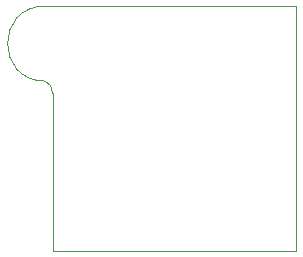
<source format=gm1>
%TF.GenerationSoftware,KiCad,Pcbnew,6.0.6-1.fc35*%
%TF.CreationDate,2022-07-18T21:23:54+02:00*%
%TF.ProjectId,lm324_4ch_therm,6c6d3332-345f-4346-9368-5f746865726d,rev?*%
%TF.SameCoordinates,Original*%
%TF.FileFunction,Profile,NP*%
%FSLAX46Y46*%
G04 Gerber Fmt 4.6, Leading zero omitted, Abs format (unit mm)*
G04 Created by KiCad (PCBNEW 6.0.6-1.fc35) date 2022-07-18 21:23:54*
%MOMM*%
%LPD*%
G01*
G04 APERTURE LIST*
%TA.AperFunction,Profile*%
%ADD10C,0.050000*%
%TD*%
G04 APERTURE END LIST*
D10*
X115697000Y-44958000D02*
G75*
G03*
X115697000Y-51308000I0J-3175000D01*
G01*
X136906000Y-44958000D02*
X136906000Y-65659000D01*
X136906000Y-65659000D02*
X116332000Y-65659000D01*
X115697000Y-44958000D02*
X136906000Y-44958000D01*
X116332000Y-52324000D02*
X116332000Y-65659000D01*
X116331961Y-52323996D02*
G75*
G03*
X115697000Y-51308000I-973361J98096D01*
G01*
M02*

</source>
